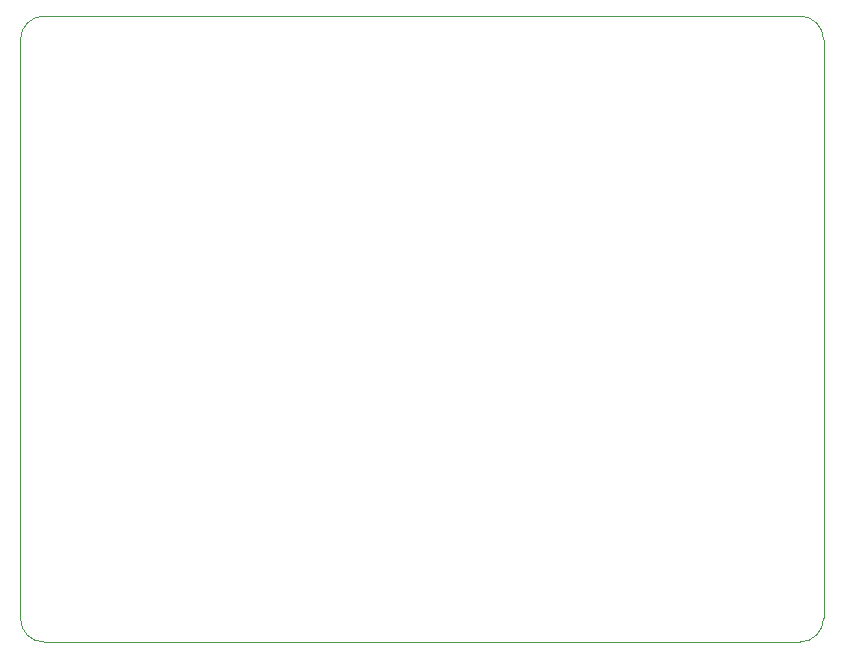
<source format=gbr>
%TF.GenerationSoftware,KiCad,Pcbnew,(5.1.9)-1*%
%TF.CreationDate,2021-07-06T12:17:59+10:00*%
%TF.ProjectId,AVRDevBoardRev1.1,41565244-6576-4426-9f61-726452657631,rev?*%
%TF.SameCoordinates,Original*%
%TF.FileFunction,Profile,NP*%
%FSLAX46Y46*%
G04 Gerber Fmt 4.6, Leading zero omitted, Abs format (unit mm)*
G04 Created by KiCad (PCBNEW (5.1.9)-1) date 2021-07-06 12:17:59*
%MOMM*%
%LPD*%
G01*
G04 APERTURE LIST*
%TA.AperFunction,Profile*%
%ADD10C,0.050000*%
%TD*%
G04 APERTURE END LIST*
D10*
X151000000Y-136000000D02*
G75*
G02*
X149000000Y-138000000I-2000000J0D01*
G01*
X85000000Y-138000000D02*
G75*
G02*
X83000000Y-136000000I0J2000000D01*
G01*
X149000000Y-85000000D02*
G75*
G02*
X151000000Y-87000000I0J-2000000D01*
G01*
X83000000Y-87000000D02*
G75*
G02*
X85000000Y-85000000I2000000J0D01*
G01*
X83000000Y-136000000D02*
X83000000Y-87000000D01*
X149000000Y-138000000D02*
X85000000Y-138000000D01*
X151000000Y-87000000D02*
X151000000Y-136000000D01*
X85000000Y-85000000D02*
X149000000Y-85000000D01*
M02*

</source>
